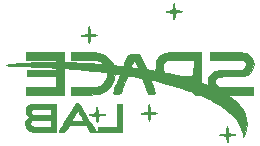
<source format=gbr>
%TF.GenerationSoftware,KiCad,Pcbnew,5.1.6-1.fc32*%
%TF.CreationDate,2020-06-21T11:50:06-03:00*%
%TF.ProjectId,pc104-adapter,70633130-342d-4616-9461-707465722e6b,rev?*%
%TF.SameCoordinates,Original*%
%TF.FileFunction,Legend,Bot*%
%TF.FilePolarity,Positive*%
%FSLAX46Y46*%
G04 Gerber Fmt 4.6, Leading zero omitted, Abs format (unit mm)*
G04 Created by KiCad (PCBNEW 5.1.6-1.fc32) date 2020-06-21 11:50:06*
%MOMM*%
%LPD*%
G01*
G04 APERTURE LIST*
%ADD10C,0.010000*%
G04 APERTURE END LIST*
D10*
%TO.C,G\u002A\u002A\u002A*%
G36*
X140563165Y-91185649D02*
G01*
X140539867Y-91295603D01*
X140521121Y-91432618D01*
X140505788Y-91568709D01*
X140483849Y-91655456D01*
X140438253Y-91706806D01*
X140351948Y-91736709D01*
X140207882Y-91759111D01*
X140105931Y-91772238D01*
X139977413Y-91796359D01*
X139931705Y-91823130D01*
X139967081Y-91850530D01*
X140081814Y-91876534D01*
X140208901Y-91892874D01*
X140375443Y-91917155D01*
X140474893Y-91956769D01*
X140524824Y-92026447D01*
X140542810Y-92140922D01*
X140544239Y-92174000D01*
X140556394Y-92310158D01*
X140578586Y-92428000D01*
X140602726Y-92497227D01*
X140623245Y-92490124D01*
X140637866Y-92456287D01*
X140658948Y-92359565D01*
X140667667Y-92236793D01*
X140688327Y-92043293D01*
X140750270Y-91923574D01*
X140853445Y-91877731D01*
X140867703Y-91877200D01*
X141005343Y-91869634D01*
X141135715Y-91851166D01*
X141235581Y-91826549D01*
X141281701Y-91800538D01*
X141281248Y-91792592D01*
X141232082Y-91772133D01*
X141122647Y-91749672D01*
X140983022Y-91730832D01*
X140839145Y-91708754D01*
X140733223Y-91679955D01*
X140689169Y-91651754D01*
X140676301Y-91584935D01*
X140659173Y-91464050D01*
X140646452Y-91358511D01*
X140626635Y-91232046D01*
X140603030Y-91152015D01*
X140584878Y-91135673D01*
X140563165Y-91185649D01*
G37*
X140563165Y-91185649D02*
X140539867Y-91295603D01*
X140521121Y-91432618D01*
X140505788Y-91568709D01*
X140483849Y-91655456D01*
X140438253Y-91706806D01*
X140351948Y-91736709D01*
X140207882Y-91759111D01*
X140105931Y-91772238D01*
X139977413Y-91796359D01*
X139931705Y-91823130D01*
X139967081Y-91850530D01*
X140081814Y-91876534D01*
X140208901Y-91892874D01*
X140375443Y-91917155D01*
X140474893Y-91956769D01*
X140524824Y-92026447D01*
X140542810Y-92140922D01*
X140544239Y-92174000D01*
X140556394Y-92310158D01*
X140578586Y-92428000D01*
X140602726Y-92497227D01*
X140623245Y-92490124D01*
X140637866Y-92456287D01*
X140658948Y-92359565D01*
X140667667Y-92236793D01*
X140688327Y-92043293D01*
X140750270Y-91923574D01*
X140853445Y-91877731D01*
X140867703Y-91877200D01*
X141005343Y-91869634D01*
X141135715Y-91851166D01*
X141235581Y-91826549D01*
X141281701Y-91800538D01*
X141281248Y-91792592D01*
X141232082Y-91772133D01*
X141122647Y-91749672D01*
X140983022Y-91730832D01*
X140839145Y-91708754D01*
X140733223Y-91679955D01*
X140689169Y-91651754D01*
X140676301Y-91584935D01*
X140659173Y-91464050D01*
X140646452Y-91358511D01*
X140626635Y-91232046D01*
X140603030Y-91152015D01*
X140584878Y-91135673D01*
X140563165Y-91185649D01*
G36*
X133383378Y-93190000D02*
G01*
X133364438Y-93294496D01*
X133351256Y-93440472D01*
X133348220Y-93518083D01*
X133342484Y-93647757D01*
X133324834Y-93713902D01*
X133285008Y-93737638D01*
X133240251Y-93740333D01*
X133139319Y-93749432D01*
X132996714Y-93772649D01*
X132912168Y-93789886D01*
X132789479Y-93819300D01*
X132740734Y-93839865D01*
X132756584Y-93857925D01*
X132793667Y-93870333D01*
X132899038Y-93889507D01*
X133044678Y-93902679D01*
X133115720Y-93905446D01*
X133331939Y-93909666D01*
X133359400Y-94172396D01*
X133384426Y-94351817D01*
X133412143Y-94449531D01*
X133440508Y-94464872D01*
X133467475Y-94397175D01*
X133491002Y-94245774D01*
X133494061Y-94216277D01*
X133523307Y-93919474D01*
X133761737Y-93892228D01*
X133936456Y-93866035D01*
X134040771Y-93836712D01*
X134070551Y-93806652D01*
X134021666Y-93778247D01*
X133977123Y-93767474D01*
X133836872Y-93748525D01*
X133686090Y-93740341D01*
X133682182Y-93740333D01*
X133585925Y-93736276D01*
X133535478Y-93709344D01*
X133510270Y-93637390D01*
X133495370Y-93539250D01*
X133472509Y-93387250D01*
X133448341Y-93247861D01*
X133441054Y-93211166D01*
X133414315Y-93084166D01*
X133383378Y-93190000D01*
G37*
X133383378Y-93190000D02*
X133364438Y-93294496D01*
X133351256Y-93440472D01*
X133348220Y-93518083D01*
X133342484Y-93647757D01*
X133324834Y-93713902D01*
X133285008Y-93737638D01*
X133240251Y-93740333D01*
X133139319Y-93749432D01*
X132996714Y-93772649D01*
X132912168Y-93789886D01*
X132789479Y-93819300D01*
X132740734Y-93839865D01*
X132756584Y-93857925D01*
X132793667Y-93870333D01*
X132899038Y-93889507D01*
X133044678Y-93902679D01*
X133115720Y-93905446D01*
X133331939Y-93909666D01*
X133359400Y-94172396D01*
X133384426Y-94351817D01*
X133412143Y-94449531D01*
X133440508Y-94464872D01*
X133467475Y-94397175D01*
X133491002Y-94245774D01*
X133494061Y-94216277D01*
X133523307Y-93919474D01*
X133761737Y-93892228D01*
X133936456Y-93866035D01*
X134040771Y-93836712D01*
X134070551Y-93806652D01*
X134021666Y-93778247D01*
X133977123Y-93767474D01*
X133836872Y-93748525D01*
X133686090Y-93740341D01*
X133682182Y-93740333D01*
X133585925Y-93736276D01*
X133535478Y-93709344D01*
X133510270Y-93637390D01*
X133495370Y-93539250D01*
X133472509Y-93387250D01*
X133448341Y-93247861D01*
X133441054Y-93211166D01*
X133414315Y-93084166D01*
X133383378Y-93190000D01*
G36*
X138462591Y-99794000D02*
G01*
X138443905Y-99899209D01*
X138431000Y-100044915D01*
X138428220Y-100117151D01*
X138424000Y-100334469D01*
X138158063Y-100362949D01*
X137973603Y-100388229D01*
X137862415Y-100415745D01*
X137827599Y-100443715D01*
X137872250Y-100470353D01*
X137944488Y-100485965D01*
X138100208Y-100504697D01*
X138253901Y-100513169D01*
X138259220Y-100513200D01*
X138411939Y-100513666D01*
X138439400Y-100776396D01*
X138463836Y-100948126D01*
X138492276Y-101048777D01*
X138522018Y-101074638D01*
X138550362Y-101021995D01*
X138565754Y-100950102D01*
X138584196Y-100802906D01*
X138592799Y-100664444D01*
X138592868Y-100656718D01*
X138597430Y-100582051D01*
X138623947Y-100539607D01*
X138692670Y-100516107D01*
X138823852Y-100498270D01*
X138836750Y-100496792D01*
X139013461Y-100470465D01*
X139119499Y-100441156D01*
X139150833Y-100411157D01*
X139103432Y-100382763D01*
X139057123Y-100371474D01*
X138916661Y-100352488D01*
X138766065Y-100344338D01*
X138762829Y-100344333D01*
X138604241Y-100344333D01*
X138575254Y-100122083D01*
X138553229Y-99972081D01*
X138529870Y-99840947D01*
X138519504Y-99794000D01*
X138492742Y-99688166D01*
X138462591Y-99794000D01*
G37*
X138462591Y-99794000D02*
X138443905Y-99899209D01*
X138431000Y-100044915D01*
X138428220Y-100117151D01*
X138424000Y-100334469D01*
X138158063Y-100362949D01*
X137973603Y-100388229D01*
X137862415Y-100415745D01*
X137827599Y-100443715D01*
X137872250Y-100470353D01*
X137944488Y-100485965D01*
X138100208Y-100504697D01*
X138253901Y-100513169D01*
X138259220Y-100513200D01*
X138411939Y-100513666D01*
X138439400Y-100776396D01*
X138463836Y-100948126D01*
X138492276Y-101048777D01*
X138522018Y-101074638D01*
X138550362Y-101021995D01*
X138565754Y-100950102D01*
X138584196Y-100802906D01*
X138592799Y-100664444D01*
X138592868Y-100656718D01*
X138597430Y-100582051D01*
X138623947Y-100539607D01*
X138692670Y-100516107D01*
X138823852Y-100498270D01*
X138836750Y-100496792D01*
X139013461Y-100470465D01*
X139119499Y-100441156D01*
X139150833Y-100411157D01*
X139103432Y-100382763D01*
X139057123Y-100371474D01*
X138916661Y-100352488D01*
X138766065Y-100344338D01*
X138762829Y-100344333D01*
X138604241Y-100344333D01*
X138575254Y-100122083D01*
X138553229Y-99972081D01*
X138529870Y-99840947D01*
X138519504Y-99794000D01*
X138492742Y-99688166D01*
X138462591Y-99794000D01*
G36*
X134049199Y-99927194D02*
G01*
X134022281Y-100054849D01*
X134000400Y-100222128D01*
X133974354Y-100459757D01*
X133719076Y-100486439D01*
X133574580Y-100505584D01*
X133461912Y-100527834D01*
X133414483Y-100544073D01*
X133418193Y-100568266D01*
X133487457Y-100593774D01*
X133603329Y-100616617D01*
X133746863Y-100632814D01*
X133862584Y-100638227D01*
X133962217Y-100644087D01*
X134008749Y-100673585D01*
X134023755Y-100750750D01*
X134026342Y-100820583D01*
X134036576Y-100975629D01*
X134055659Y-101105800D01*
X134079654Y-101193234D01*
X134104622Y-101220070D01*
X134112664Y-101212166D01*
X134130942Y-101150077D01*
X134152134Y-101031506D01*
X134168483Y-100908329D01*
X134198266Y-100646824D01*
X134374383Y-100620313D01*
X134570417Y-100589640D01*
X134692740Y-100566597D01*
X134751605Y-100547930D01*
X134757263Y-100530384D01*
X134719968Y-100510703D01*
X134719834Y-100510650D01*
X134628801Y-100490585D01*
X134492663Y-100477132D01*
X134416281Y-100474308D01*
X134314023Y-100472598D01*
X134246032Y-100460916D01*
X134202645Y-100424434D01*
X134174203Y-100348324D01*
X134151044Y-100217759D01*
X134124734Y-100026833D01*
X134101560Y-99911404D01*
X134076004Y-99878785D01*
X134049199Y-99927194D01*
G37*
X134049199Y-99927194D02*
X134022281Y-100054849D01*
X134000400Y-100222128D01*
X133974354Y-100459757D01*
X133719076Y-100486439D01*
X133574580Y-100505584D01*
X133461912Y-100527834D01*
X133414483Y-100544073D01*
X133418193Y-100568266D01*
X133487457Y-100593774D01*
X133603329Y-100616617D01*
X133746863Y-100632814D01*
X133862584Y-100638227D01*
X133962217Y-100644087D01*
X134008749Y-100673585D01*
X134023755Y-100750750D01*
X134026342Y-100820583D01*
X134036576Y-100975629D01*
X134055659Y-101105800D01*
X134079654Y-101193234D01*
X134104622Y-101220070D01*
X134112664Y-101212166D01*
X134130942Y-101150077D01*
X134152134Y-101031506D01*
X134168483Y-100908329D01*
X134198266Y-100646824D01*
X134374383Y-100620313D01*
X134570417Y-100589640D01*
X134692740Y-100566597D01*
X134751605Y-100547930D01*
X134757263Y-100530384D01*
X134719968Y-100510703D01*
X134719834Y-100510650D01*
X134628801Y-100490585D01*
X134492663Y-100477132D01*
X134416281Y-100474308D01*
X134314023Y-100472598D01*
X134246032Y-100460916D01*
X134202645Y-100424434D01*
X134174203Y-100348324D01*
X134151044Y-100217759D01*
X134124734Y-100026833D01*
X134101560Y-99911404D01*
X134076004Y-99878785D01*
X134049199Y-99927194D01*
G36*
X129243314Y-99625180D02*
G01*
X128991008Y-99627271D01*
X128799867Y-99631761D01*
X128658139Y-99639473D01*
X128554075Y-99651228D01*
X128475925Y-99667850D01*
X128411939Y-99690160D01*
X128371691Y-99708434D01*
X128200122Y-99826446D01*
X128096173Y-99986519D01*
X128053942Y-100198836D01*
X128052334Y-100259242D01*
X128059784Y-100401079D01*
X128092188Y-100497556D01*
X128164627Y-100587400D01*
X128189917Y-100612543D01*
X128327500Y-100746500D01*
X128163816Y-100905204D01*
X128074834Y-100995670D01*
X128027467Y-101068096D01*
X128010880Y-101153875D01*
X128014241Y-101284398D01*
X128017096Y-101330338D01*
X128057580Y-101572921D01*
X128148984Y-101755716D01*
X128299126Y-101891808D01*
X128379583Y-101937197D01*
X128439146Y-101962608D01*
X128510693Y-101982389D01*
X128605718Y-101997437D01*
X128735713Y-102008651D01*
X128912170Y-102016927D01*
X129146584Y-102023162D01*
X129450446Y-102028254D01*
X129565750Y-102029808D01*
X130592334Y-102043117D01*
X130592334Y-100979333D01*
X130169000Y-100979333D01*
X130169000Y-101623936D01*
X129430301Y-101607826D01*
X129159334Y-101601095D01*
X128959329Y-101593355D01*
X128816584Y-101582940D01*
X128717398Y-101568184D01*
X128648069Y-101547422D01*
X128594895Y-101518986D01*
X128573051Y-101503588D01*
X128467771Y-101385427D01*
X128443458Y-101254886D01*
X128501184Y-101123610D01*
X128534509Y-101085976D01*
X128574504Y-101048123D01*
X128616243Y-101020491D01*
X128672854Y-101001470D01*
X128757464Y-100989453D01*
X128883201Y-100982832D01*
X129063191Y-100979999D01*
X129310563Y-100979344D01*
X129405076Y-100979333D01*
X130169000Y-100979333D01*
X130592334Y-100979333D01*
X130592334Y-100598333D01*
X130169000Y-100598333D01*
X129388234Y-100598333D01*
X129113085Y-100597951D01*
X128910229Y-100595891D01*
X128767292Y-100590775D01*
X128671901Y-100581230D01*
X128611682Y-100565881D01*
X128574261Y-100543352D01*
X128547266Y-100512269D01*
X128541568Y-100504247D01*
X128480932Y-100356046D01*
X128501752Y-100209910D01*
X128535676Y-100151341D01*
X128563002Y-100122217D01*
X128604488Y-100100490D01*
X128672308Y-100084791D01*
X128778632Y-100073748D01*
X128935633Y-100065989D01*
X129155483Y-100060144D01*
X129382342Y-100055965D01*
X130169000Y-100042764D01*
X130169000Y-100598333D01*
X130592334Y-100598333D01*
X130592334Y-99624666D01*
X129568533Y-99624666D01*
X129243314Y-99625180D01*
G37*
X129243314Y-99625180D02*
X128991008Y-99627271D01*
X128799867Y-99631761D01*
X128658139Y-99639473D01*
X128554075Y-99651228D01*
X128475925Y-99667850D01*
X128411939Y-99690160D01*
X128371691Y-99708434D01*
X128200122Y-99826446D01*
X128096173Y-99986519D01*
X128053942Y-100198836D01*
X128052334Y-100259242D01*
X128059784Y-100401079D01*
X128092188Y-100497556D01*
X128164627Y-100587400D01*
X128189917Y-100612543D01*
X128327500Y-100746500D01*
X128163816Y-100905204D01*
X128074834Y-100995670D01*
X128027467Y-101068096D01*
X128010880Y-101153875D01*
X128014241Y-101284398D01*
X128017096Y-101330338D01*
X128057580Y-101572921D01*
X128148984Y-101755716D01*
X128299126Y-101891808D01*
X128379583Y-101937197D01*
X128439146Y-101962608D01*
X128510693Y-101982389D01*
X128605718Y-101997437D01*
X128735713Y-102008651D01*
X128912170Y-102016927D01*
X129146584Y-102023162D01*
X129450446Y-102028254D01*
X129565750Y-102029808D01*
X130592334Y-102043117D01*
X130592334Y-100979333D01*
X130169000Y-100979333D01*
X130169000Y-101623936D01*
X129430301Y-101607826D01*
X129159334Y-101601095D01*
X128959329Y-101593355D01*
X128816584Y-101582940D01*
X128717398Y-101568184D01*
X128648069Y-101547422D01*
X128594895Y-101518986D01*
X128573051Y-101503588D01*
X128467771Y-101385427D01*
X128443458Y-101254886D01*
X128501184Y-101123610D01*
X128534509Y-101085976D01*
X128574504Y-101048123D01*
X128616243Y-101020491D01*
X128672854Y-101001470D01*
X128757464Y-100989453D01*
X128883201Y-100982832D01*
X129063191Y-100979999D01*
X129310563Y-100979344D01*
X129405076Y-100979333D01*
X130169000Y-100979333D01*
X130592334Y-100979333D01*
X130592334Y-100598333D01*
X130169000Y-100598333D01*
X129388234Y-100598333D01*
X129113085Y-100597951D01*
X128910229Y-100595891D01*
X128767292Y-100590775D01*
X128671901Y-100581230D01*
X128611682Y-100565881D01*
X128574261Y-100543352D01*
X128547266Y-100512269D01*
X128541568Y-100504247D01*
X128480932Y-100356046D01*
X128501752Y-100209910D01*
X128535676Y-100151341D01*
X128563002Y-100122217D01*
X128604488Y-100100490D01*
X128672308Y-100084791D01*
X128778632Y-100073748D01*
X128935633Y-100065989D01*
X129155483Y-100060144D01*
X129382342Y-100055965D01*
X130169000Y-100042764D01*
X130169000Y-100598333D01*
X130592334Y-100598333D01*
X130592334Y-99624666D01*
X129568533Y-99624666D01*
X129243314Y-99625180D01*
G36*
X132331848Y-99612789D02*
G01*
X132275021Y-99656416D01*
X132240482Y-99706373D01*
X132170134Y-99816691D01*
X132070345Y-99976842D01*
X131947480Y-100176297D01*
X131807906Y-100404526D01*
X131657989Y-100651001D01*
X131504094Y-100905194D01*
X131352589Y-101156574D01*
X131209838Y-101394614D01*
X131082208Y-101608784D01*
X130976066Y-101788556D01*
X130897777Y-101923401D01*
X130853707Y-102002790D01*
X130846334Y-102019317D01*
X130884757Y-102029102D01*
X130984412Y-102035759D01*
X131094069Y-102037666D01*
X131341805Y-102037666D01*
X131528526Y-101730750D01*
X131715247Y-101423833D01*
X133167289Y-101400699D01*
X133353762Y-101708599D01*
X133540235Y-102016500D01*
X133780785Y-102029195D01*
X133910575Y-102032790D01*
X133997914Y-102028974D01*
X134021334Y-102021430D01*
X134000243Y-101979049D01*
X133941213Y-101875054D01*
X133850608Y-101719977D01*
X133734793Y-101524355D01*
X133600130Y-101298722D01*
X133459222Y-101064000D01*
X132971364Y-101064000D01*
X132455654Y-101064000D01*
X132259582Y-101061469D01*
X132100160Y-101054566D01*
X131993037Y-101044325D01*
X131953862Y-101031779D01*
X131954056Y-101030870D01*
X131993534Y-100952543D01*
X132060917Y-100832374D01*
X132145404Y-100688144D01*
X132236199Y-100537637D01*
X132322502Y-100398635D01*
X132393515Y-100288919D01*
X132438439Y-100226273D01*
X132447599Y-100218144D01*
X132481341Y-100252409D01*
X132543651Y-100341959D01*
X132621705Y-100468218D01*
X132630221Y-100482727D01*
X132723695Y-100642568D01*
X132814930Y-100798242D01*
X132877819Y-100905250D01*
X132971364Y-101064000D01*
X133459222Y-101064000D01*
X133452985Y-101053612D01*
X133299720Y-100799562D01*
X133146701Y-100547105D01*
X133000292Y-100306777D01*
X132866855Y-100089112D01*
X132752756Y-99904645D01*
X132664359Y-99763912D01*
X132608027Y-99677447D01*
X132592646Y-99656416D01*
X132501193Y-99596637D01*
X132433834Y-99582333D01*
X132331848Y-99612789D01*
G37*
X132331848Y-99612789D02*
X132275021Y-99656416D01*
X132240482Y-99706373D01*
X132170134Y-99816691D01*
X132070345Y-99976842D01*
X131947480Y-100176297D01*
X131807906Y-100404526D01*
X131657989Y-100651001D01*
X131504094Y-100905194D01*
X131352589Y-101156574D01*
X131209838Y-101394614D01*
X131082208Y-101608784D01*
X130976066Y-101788556D01*
X130897777Y-101923401D01*
X130853707Y-102002790D01*
X130846334Y-102019317D01*
X130884757Y-102029102D01*
X130984412Y-102035759D01*
X131094069Y-102037666D01*
X131341805Y-102037666D01*
X131528526Y-101730750D01*
X131715247Y-101423833D01*
X133167289Y-101400699D01*
X133353762Y-101708599D01*
X133540235Y-102016500D01*
X133780785Y-102029195D01*
X133910575Y-102032790D01*
X133997914Y-102028974D01*
X134021334Y-102021430D01*
X134000243Y-101979049D01*
X133941213Y-101875054D01*
X133850608Y-101719977D01*
X133734793Y-101524355D01*
X133600130Y-101298722D01*
X133459222Y-101064000D01*
X132971364Y-101064000D01*
X132455654Y-101064000D01*
X132259582Y-101061469D01*
X132100160Y-101054566D01*
X131993037Y-101044325D01*
X131953862Y-101031779D01*
X131954056Y-101030870D01*
X131993534Y-100952543D01*
X132060917Y-100832374D01*
X132145404Y-100688144D01*
X132236199Y-100537637D01*
X132322502Y-100398635D01*
X132393515Y-100288919D01*
X132438439Y-100226273D01*
X132447599Y-100218144D01*
X132481341Y-100252409D01*
X132543651Y-100341959D01*
X132621705Y-100468218D01*
X132630221Y-100482727D01*
X132723695Y-100642568D01*
X132814930Y-100798242D01*
X132877819Y-100905250D01*
X132971364Y-101064000D01*
X133459222Y-101064000D01*
X133452985Y-101053612D01*
X133299720Y-100799562D01*
X133146701Y-100547105D01*
X133000292Y-100306777D01*
X132866855Y-100089112D01*
X132752756Y-99904645D01*
X132664359Y-99763912D01*
X132608027Y-99677447D01*
X132592646Y-99656416D01*
X132501193Y-99596637D01*
X132433834Y-99582333D01*
X132331848Y-99612789D01*
G36*
X135757000Y-101570131D02*
G01*
X134963250Y-101581649D01*
X134169500Y-101593166D01*
X134156705Y-101815416D01*
X134143909Y-102037666D01*
X135155066Y-102037666D01*
X135439507Y-102036532D01*
X135695362Y-102033346D01*
X135910599Y-102028436D01*
X136073188Y-102022128D01*
X136171095Y-102014750D01*
X136194445Y-102009444D01*
X136201792Y-101961342D01*
X136208427Y-101839664D01*
X136214090Y-101655496D01*
X136218522Y-101419928D01*
X136221463Y-101144048D01*
X136222654Y-100838943D01*
X136222667Y-100802944D01*
X136222667Y-99624666D01*
X135757000Y-99624666D01*
X135757000Y-101570131D01*
G37*
X135757000Y-101570131D02*
X134963250Y-101581649D01*
X134169500Y-101593166D01*
X134156705Y-101815416D01*
X134143909Y-102037666D01*
X135155066Y-102037666D01*
X135439507Y-102036532D01*
X135695362Y-102033346D01*
X135910599Y-102028436D01*
X136073188Y-102022128D01*
X136171095Y-102014750D01*
X136194445Y-102009444D01*
X136201792Y-101961342D01*
X136208427Y-101839664D01*
X136214090Y-101655496D01*
X136218522Y-101419928D01*
X136221463Y-101144048D01*
X136222654Y-100838943D01*
X136222667Y-100802944D01*
X136222667Y-99624666D01*
X135757000Y-99624666D01*
X135757000Y-101570131D01*
G36*
X143673334Y-95899333D02*
G01*
X145011019Y-95899333D01*
X145393995Y-95899876D01*
X145701650Y-95901790D01*
X145943325Y-95905500D01*
X146128359Y-95911431D01*
X146266095Y-95920009D01*
X146365872Y-95931658D01*
X146437032Y-95946804D01*
X146488914Y-95965873D01*
X146490681Y-95966705D01*
X146621311Y-96070426D01*
X146694441Y-96216380D01*
X146707643Y-96382493D01*
X146658489Y-96546688D01*
X146567644Y-96666600D01*
X146533892Y-96696500D01*
X146496911Y-96720001D01*
X146446441Y-96738097D01*
X146372222Y-96751780D01*
X146263994Y-96762045D01*
X146111497Y-96769884D01*
X145904469Y-96776292D01*
X145632653Y-96782261D01*
X145310423Y-96788333D01*
X144968088Y-96794843D01*
X144699447Y-96800977D01*
X144493541Y-96807773D01*
X144339409Y-96816273D01*
X144226092Y-96827514D01*
X144142629Y-96842536D01*
X144078061Y-96862379D01*
X144021426Y-96888082D01*
X143971306Y-96915333D01*
X143759487Y-97080063D01*
X143610136Y-97298774D01*
X143526280Y-97565153D01*
X143510948Y-97872888D01*
X143511071Y-97874877D01*
X143518681Y-98000133D01*
X143523269Y-98082139D01*
X143523946Y-98100724D01*
X143487496Y-98085566D01*
X143392132Y-98045499D01*
X143256940Y-97988546D01*
X143227613Y-97976177D01*
X142932500Y-97851687D01*
X142915606Y-95899333D01*
X142276334Y-95899333D01*
X142276334Y-96548444D01*
X142274582Y-96774796D01*
X142269751Y-96970543D01*
X142262481Y-97120363D01*
X142253409Y-97208932D01*
X142248112Y-97225777D01*
X142197579Y-97236248D01*
X142078781Y-97245246D01*
X141908119Y-97251954D01*
X141701991Y-97255553D01*
X141644862Y-97255878D01*
X141395865Y-97254097D01*
X141187809Y-97244801D01*
X140992359Y-97224794D01*
X140781183Y-97190881D01*
X140525949Y-97139864D01*
X140425207Y-97118294D01*
X140180804Y-97064794D01*
X140006084Y-97023670D01*
X139887873Y-96989895D01*
X139812993Y-96958444D01*
X139768271Y-96924290D01*
X139740530Y-96882407D01*
X139726707Y-96851833D01*
X139683319Y-96668629D01*
X139683698Y-96458183D01*
X139726204Y-96263760D01*
X139751167Y-96206665D01*
X139838655Y-96095818D01*
X139963409Y-95998849D01*
X139989520Y-95984415D01*
X140046934Y-95957963D01*
X140110092Y-95937613D01*
X140190409Y-95922575D01*
X140299301Y-95912056D01*
X140448187Y-95905264D01*
X140648481Y-95901408D01*
X140911602Y-95899695D01*
X141216314Y-95899333D01*
X142276334Y-95899333D01*
X142915606Y-95899333D01*
X142910110Y-95264333D01*
X141500239Y-95264333D01*
X141077151Y-95265027D01*
X140729169Y-95267909D01*
X140446737Y-95274173D01*
X140220302Y-95285018D01*
X140040307Y-95301639D01*
X139897198Y-95325234D01*
X139781420Y-95357000D01*
X139683418Y-95398132D01*
X139593637Y-95449827D01*
X139502522Y-95513283D01*
X139500476Y-95514786D01*
X139381051Y-95626619D01*
X139263009Y-95774854D01*
X139206528Y-95865439D01*
X139141718Y-95998982D01*
X139101357Y-96128650D01*
X139078096Y-96285649D01*
X139066455Y-96460250D01*
X139058595Y-96632661D01*
X139044711Y-96744223D01*
X139009598Y-96805224D01*
X138938049Y-96825952D01*
X138814855Y-96816696D01*
X138624812Y-96787743D01*
X138590239Y-96782434D01*
X138269645Y-96733643D01*
X138231243Y-96630672D01*
X137581000Y-96630672D01*
X137420417Y-96604135D01*
X137283475Y-96585861D01*
X137163564Y-96576674D01*
X137154000Y-96576484D01*
X137040291Y-96565305D01*
X136984389Y-96525333D01*
X136980970Y-96442352D01*
X137024708Y-96302147D01*
X137038150Y-96267251D01*
X137117608Y-96106107D01*
X137200843Y-96010116D01*
X137280227Y-95986062D01*
X137325527Y-96011593D01*
X137357278Y-96066755D01*
X137407343Y-96178508D01*
X137465444Y-96323749D01*
X137471265Y-96339134D01*
X137581000Y-96630672D01*
X138231243Y-96630672D01*
X138068274Y-96193690D01*
X137956410Y-95911750D01*
X137853711Y-95702113D01*
X137749863Y-95554687D01*
X137634550Y-95459379D01*
X137497460Y-95406095D01*
X137328276Y-95384745D01*
X137239624Y-95382866D01*
X136987306Y-95411542D01*
X136790510Y-95495796D01*
X136668815Y-95613341D01*
X136622669Y-95696866D01*
X136559408Y-95834194D01*
X136490729Y-95999514D01*
X136472046Y-96047500D01*
X136409360Y-96205563D01*
X136354902Y-96332957D01*
X136317661Y-96408999D01*
X136310262Y-96419756D01*
X136256725Y-96429436D01*
X136139995Y-96427315D01*
X135980605Y-96414178D01*
X135891615Y-96403760D01*
X135504974Y-96354176D01*
X135381102Y-96137338D01*
X135160487Y-95833737D01*
X134883384Y-95589572D01*
X134559673Y-95411845D01*
X134214642Y-95310309D01*
X134100520Y-95297232D01*
X133917280Y-95285602D01*
X133680465Y-95275976D01*
X133405621Y-95268912D01*
X133108291Y-95264970D01*
X132934059Y-95264333D01*
X131904667Y-95264333D01*
X131904667Y-95899333D01*
X132934150Y-95899333D01*
X133318206Y-95901213D01*
X133628279Y-95907996D01*
X133874992Y-95921393D01*
X134068968Y-95943115D01*
X134220832Y-95974874D01*
X134341205Y-96018383D01*
X134440713Y-96075352D01*
X134529977Y-96147493D01*
X134541666Y-96158340D01*
X134677500Y-96286029D01*
X134338834Y-96261480D01*
X134059110Y-96242513D01*
X133716211Y-96221337D01*
X133331564Y-96199133D01*
X132926592Y-96177080D01*
X132522719Y-96156361D01*
X132141372Y-96138154D01*
X131936417Y-96129103D01*
X131269667Y-96100742D01*
X131269667Y-95264333D01*
X128052334Y-95264333D01*
X128052334Y-95899333D01*
X130634667Y-95899333D01*
X130634667Y-96097984D01*
X129227084Y-96125095D01*
X128703366Y-96136631D01*
X128256191Y-96149879D01*
X127877445Y-96165427D01*
X127559012Y-96183865D01*
X127292776Y-96205782D01*
X127070623Y-96231766D01*
X126884436Y-96262406D01*
X126726101Y-96298291D01*
X126684970Y-96309553D01*
X126422500Y-96384301D01*
X126613000Y-96413846D01*
X126729451Y-96425528D01*
X126906707Y-96435640D01*
X127120909Y-96443117D01*
X127348200Y-96446893D01*
X127353834Y-96446931D01*
X127598878Y-96450641D01*
X127910268Y-96458643D01*
X128269833Y-96470220D01*
X128659401Y-96484653D01*
X129060801Y-96501222D01*
X129455861Y-96519210D01*
X129826409Y-96537898D01*
X130154274Y-96556568D01*
X130203012Y-96559597D01*
X130398534Y-96572953D01*
X130524142Y-96586062D01*
X130594478Y-96602990D01*
X130624185Y-96627802D01*
X130627906Y-96664563D01*
X130626345Y-96677127D01*
X130620677Y-96703213D01*
X130605831Y-96723802D01*
X130572593Y-96739651D01*
X130511752Y-96751520D01*
X130414096Y-96760168D01*
X130270411Y-96766351D01*
X130071486Y-96770830D01*
X129808108Y-96774363D01*
X129471065Y-96777708D01*
X129396417Y-96778399D01*
X128179334Y-96789631D01*
X128179334Y-97296333D01*
X130634667Y-97296333D01*
X130634667Y-98227666D01*
X128052334Y-98227666D01*
X128052334Y-98862666D01*
X131269667Y-98862666D01*
X131269667Y-96614795D01*
X131513084Y-96638777D01*
X131634142Y-96649981D01*
X131820884Y-96666375D01*
X132054597Y-96686355D01*
X132316571Y-96708321D01*
X132560834Y-96728447D01*
X132882928Y-96756173D01*
X133241679Y-96789389D01*
X133602874Y-96824785D01*
X133932298Y-96859051D01*
X134084777Y-96875901D01*
X134326964Y-96902943D01*
X134543351Y-96926211D01*
X134718395Y-96944103D01*
X134836555Y-96955020D01*
X134878527Y-96957666D01*
X134924244Y-96973302D01*
X134946591Y-97033278D01*
X134952662Y-97157199D01*
X134952667Y-97162571D01*
X134924057Y-97357460D01*
X134847991Y-97572923D01*
X134739111Y-97778355D01*
X134612063Y-97943148D01*
X134554577Y-97994593D01*
X134460145Y-98061912D01*
X134365988Y-98114962D01*
X134260783Y-98155418D01*
X134133205Y-98184956D01*
X133971931Y-98205250D01*
X133765635Y-98217975D01*
X133502994Y-98224806D01*
X133172683Y-98227418D01*
X132978845Y-98227666D01*
X131904667Y-98227666D01*
X131904667Y-98867502D01*
X133102954Y-98854501D01*
X134301242Y-98841500D01*
X134624189Y-98681804D01*
X134942495Y-98480102D01*
X135204503Y-98222007D01*
X135403061Y-97917617D01*
X135531014Y-97577026D01*
X135572717Y-97343101D01*
X135600723Y-97075149D01*
X135806793Y-97094949D01*
X135930186Y-97110017D01*
X136013544Y-97126201D01*
X136031784Y-97133671D01*
X136023234Y-97177156D01*
X135988277Y-97287220D01*
X135931207Y-97451540D01*
X135856321Y-97657794D01*
X135767914Y-97893656D01*
X135755686Y-97925761D01*
X135664616Y-98166371D01*
X135584959Y-98380534D01*
X135521354Y-98555470D01*
X135478440Y-98678402D01*
X135460856Y-98736551D01*
X135460667Y-98738464D01*
X135499512Y-98757482D01*
X135602158Y-98771493D01*
X135747773Y-98777865D01*
X135773638Y-98778000D01*
X135940648Y-98774625D01*
X136041637Y-98761832D01*
X136095079Y-98735616D01*
X136115391Y-98703916D01*
X136139435Y-98641026D01*
X136187826Y-98513695D01*
X136254965Y-98336678D01*
X136335257Y-98124731D01*
X136400445Y-97952500D01*
X136486164Y-97728467D01*
X136562846Y-97532793D01*
X136625062Y-97378957D01*
X136667384Y-97280437D01*
X136683108Y-97250649D01*
X136732038Y-97249162D01*
X136848386Y-97261844D01*
X137016493Y-97286544D01*
X137220699Y-97321106D01*
X137298783Y-97335316D01*
X137888065Y-97444500D01*
X138141175Y-98111250D01*
X138394286Y-98778000D01*
X138705476Y-98778000D01*
X138881160Y-98772911D01*
X138981439Y-98756654D01*
X139015017Y-98727739D01*
X139015091Y-98725083D01*
X138999900Y-98667701D01*
X138959423Y-98547925D01*
X138899454Y-98382116D01*
X138825786Y-98186638D01*
X138808983Y-98143000D01*
X138734694Y-97947600D01*
X138674304Y-97782595D01*
X138633092Y-97662890D01*
X138616336Y-97603387D01*
X138616568Y-97599685D01*
X138663746Y-97601276D01*
X138781148Y-97623660D01*
X138957730Y-97663879D01*
X139182448Y-97718975D01*
X139444257Y-97785991D01*
X139732114Y-97861970D01*
X140034976Y-97943954D01*
X140341798Y-98028986D01*
X140641536Y-98114109D01*
X140923147Y-98196365D01*
X141175586Y-98272797D01*
X141387809Y-98340448D01*
X141408500Y-98347318D01*
X141690055Y-98441731D01*
X141901419Y-98514541D01*
X142052857Y-98570510D01*
X142154636Y-98614400D01*
X142217022Y-98650972D01*
X142250280Y-98684989D01*
X142264677Y-98721211D01*
X142268562Y-98746250D01*
X142280713Y-98810542D01*
X142312229Y-98845358D01*
X142384026Y-98859721D01*
X142517018Y-98862654D01*
X142538401Y-98862666D01*
X142698895Y-98876188D01*
X142880357Y-98919509D01*
X143093318Y-98996759D01*
X143348309Y-99112069D01*
X143655858Y-99269570D01*
X143863834Y-99382635D01*
X144482103Y-99753197D01*
X145016882Y-100135714D01*
X145468556Y-100530604D01*
X145837512Y-100938292D01*
X146124138Y-101359198D01*
X146328820Y-101793744D01*
X146442839Y-102194583D01*
X146490930Y-102434654D01*
X146604115Y-102182444D01*
X146741036Y-101779873D01*
X146793641Y-101370963D01*
X146761962Y-100956731D01*
X146646030Y-100538195D01*
X146546622Y-100307061D01*
X146448141Y-100119479D01*
X146342086Y-99956955D01*
X146209793Y-99794358D01*
X146032599Y-99606559D01*
X146007759Y-99581464D01*
X145837271Y-99417454D01*
X145658746Y-99258310D01*
X145495660Y-99124333D01*
X145391444Y-99048495D01*
X145141055Y-98883833D01*
X146227528Y-98872535D01*
X147314000Y-98861237D01*
X147314000Y-98227666D01*
X145885250Y-98227042D01*
X145460852Y-98225919D01*
X145114889Y-98222811D01*
X144841148Y-98217505D01*
X144633416Y-98209783D01*
X144485480Y-98199431D01*
X144391126Y-98186232D01*
X144350667Y-98173791D01*
X144263085Y-98101544D01*
X144181657Y-97990193D01*
X144168450Y-97965232D01*
X144120629Y-97842125D01*
X144117713Y-97731047D01*
X144138362Y-97637369D01*
X144164580Y-97549248D01*
X144196753Y-97478995D01*
X144244167Y-97424373D01*
X144316107Y-97383143D01*
X144421860Y-97353070D01*
X144570710Y-97331915D01*
X144771944Y-97317442D01*
X145034847Y-97307412D01*
X145368705Y-97299590D01*
X145555218Y-97295993D01*
X145915947Y-97288778D01*
X146202839Y-97280873D01*
X146426710Y-97270280D01*
X146598380Y-97255000D01*
X146728667Y-97233035D01*
X146828389Y-97202385D01*
X146908365Y-97161052D01*
X146979412Y-97107038D01*
X147052349Y-97038342D01*
X147075720Y-97015068D01*
X147238686Y-96797423D01*
X147337059Y-96546625D01*
X147370832Y-96280096D01*
X147340002Y-96015256D01*
X147244564Y-95769526D01*
X147084514Y-95560328D01*
X147076087Y-95552329D01*
X147001983Y-95485133D01*
X146931143Y-95430263D01*
X146854338Y-95386382D01*
X146762338Y-95352152D01*
X146645912Y-95326235D01*
X146495829Y-95307294D01*
X146302861Y-95293991D01*
X146057776Y-95284989D01*
X145751345Y-95278951D01*
X145374337Y-95274538D01*
X145144417Y-95272416D01*
X143673334Y-95259333D01*
X143673334Y-95899333D01*
G37*
X143673334Y-95899333D02*
X145011019Y-95899333D01*
X145393995Y-95899876D01*
X145701650Y-95901790D01*
X145943325Y-95905500D01*
X146128359Y-95911431D01*
X146266095Y-95920009D01*
X146365872Y-95931658D01*
X146437032Y-95946804D01*
X146488914Y-95965873D01*
X146490681Y-95966705D01*
X146621311Y-96070426D01*
X146694441Y-96216380D01*
X146707643Y-96382493D01*
X146658489Y-96546688D01*
X146567644Y-96666600D01*
X146533892Y-96696500D01*
X146496911Y-96720001D01*
X146446441Y-96738097D01*
X146372222Y-96751780D01*
X146263994Y-96762045D01*
X146111497Y-96769884D01*
X145904469Y-96776292D01*
X145632653Y-96782261D01*
X145310423Y-96788333D01*
X144968088Y-96794843D01*
X144699447Y-96800977D01*
X144493541Y-96807773D01*
X144339409Y-96816273D01*
X144226092Y-96827514D01*
X144142629Y-96842536D01*
X144078061Y-96862379D01*
X144021426Y-96888082D01*
X143971306Y-96915333D01*
X143759487Y-97080063D01*
X143610136Y-97298774D01*
X143526280Y-97565153D01*
X143510948Y-97872888D01*
X143511071Y-97874877D01*
X143518681Y-98000133D01*
X143523269Y-98082139D01*
X143523946Y-98100724D01*
X143487496Y-98085566D01*
X143392132Y-98045499D01*
X143256940Y-97988546D01*
X143227613Y-97976177D01*
X142932500Y-97851687D01*
X142915606Y-95899333D01*
X142276334Y-95899333D01*
X142276334Y-96548444D01*
X142274582Y-96774796D01*
X142269751Y-96970543D01*
X142262481Y-97120363D01*
X142253409Y-97208932D01*
X142248112Y-97225777D01*
X142197579Y-97236248D01*
X142078781Y-97245246D01*
X141908119Y-97251954D01*
X141701991Y-97255553D01*
X141644862Y-97255878D01*
X141395865Y-97254097D01*
X141187809Y-97244801D01*
X140992359Y-97224794D01*
X140781183Y-97190881D01*
X140525949Y-97139864D01*
X140425207Y-97118294D01*
X140180804Y-97064794D01*
X140006084Y-97023670D01*
X139887873Y-96989895D01*
X139812993Y-96958444D01*
X139768271Y-96924290D01*
X139740530Y-96882407D01*
X139726707Y-96851833D01*
X139683319Y-96668629D01*
X139683698Y-96458183D01*
X139726204Y-96263760D01*
X139751167Y-96206665D01*
X139838655Y-96095818D01*
X139963409Y-95998849D01*
X139989520Y-95984415D01*
X140046934Y-95957963D01*
X140110092Y-95937613D01*
X140190409Y-95922575D01*
X140299301Y-95912056D01*
X140448187Y-95905264D01*
X140648481Y-95901408D01*
X140911602Y-95899695D01*
X141216314Y-95899333D01*
X142276334Y-95899333D01*
X142915606Y-95899333D01*
X142910110Y-95264333D01*
X141500239Y-95264333D01*
X141077151Y-95265027D01*
X140729169Y-95267909D01*
X140446737Y-95274173D01*
X140220302Y-95285018D01*
X140040307Y-95301639D01*
X139897198Y-95325234D01*
X139781420Y-95357000D01*
X139683418Y-95398132D01*
X139593637Y-95449827D01*
X139502522Y-95513283D01*
X139500476Y-95514786D01*
X139381051Y-95626619D01*
X139263009Y-95774854D01*
X139206528Y-95865439D01*
X139141718Y-95998982D01*
X139101357Y-96128650D01*
X139078096Y-96285649D01*
X139066455Y-96460250D01*
X139058595Y-96632661D01*
X139044711Y-96744223D01*
X139009598Y-96805224D01*
X138938049Y-96825952D01*
X138814855Y-96816696D01*
X138624812Y-96787743D01*
X138590239Y-96782434D01*
X138269645Y-96733643D01*
X138231243Y-96630672D01*
X137581000Y-96630672D01*
X137420417Y-96604135D01*
X137283475Y-96585861D01*
X137163564Y-96576674D01*
X137154000Y-96576484D01*
X137040291Y-96565305D01*
X136984389Y-96525333D01*
X136980970Y-96442352D01*
X137024708Y-96302147D01*
X137038150Y-96267251D01*
X137117608Y-96106107D01*
X137200843Y-96010116D01*
X137280227Y-95986062D01*
X137325527Y-96011593D01*
X137357278Y-96066755D01*
X137407343Y-96178508D01*
X137465444Y-96323749D01*
X137471265Y-96339134D01*
X137581000Y-96630672D01*
X138231243Y-96630672D01*
X138068274Y-96193690D01*
X137956410Y-95911750D01*
X137853711Y-95702113D01*
X137749863Y-95554687D01*
X137634550Y-95459379D01*
X137497460Y-95406095D01*
X137328276Y-95384745D01*
X137239624Y-95382866D01*
X136987306Y-95411542D01*
X136790510Y-95495796D01*
X136668815Y-95613341D01*
X136622669Y-95696866D01*
X136559408Y-95834194D01*
X136490729Y-95999514D01*
X136472046Y-96047500D01*
X136409360Y-96205563D01*
X136354902Y-96332957D01*
X136317661Y-96408999D01*
X136310262Y-96419756D01*
X136256725Y-96429436D01*
X136139995Y-96427315D01*
X135980605Y-96414178D01*
X135891615Y-96403760D01*
X135504974Y-96354176D01*
X135381102Y-96137338D01*
X135160487Y-95833737D01*
X134883384Y-95589572D01*
X134559673Y-95411845D01*
X134214642Y-95310309D01*
X134100520Y-95297232D01*
X133917280Y-95285602D01*
X133680465Y-95275976D01*
X133405621Y-95268912D01*
X133108291Y-95264970D01*
X132934059Y-95264333D01*
X131904667Y-95264333D01*
X131904667Y-95899333D01*
X132934150Y-95899333D01*
X133318206Y-95901213D01*
X133628279Y-95907996D01*
X133874992Y-95921393D01*
X134068968Y-95943115D01*
X134220832Y-95974874D01*
X134341205Y-96018383D01*
X134440713Y-96075352D01*
X134529977Y-96147493D01*
X134541666Y-96158340D01*
X134677500Y-96286029D01*
X134338834Y-96261480D01*
X134059110Y-96242513D01*
X133716211Y-96221337D01*
X133331564Y-96199133D01*
X132926592Y-96177080D01*
X132522719Y-96156361D01*
X132141372Y-96138154D01*
X131936417Y-96129103D01*
X131269667Y-96100742D01*
X131269667Y-95264333D01*
X128052334Y-95264333D01*
X128052334Y-95899333D01*
X130634667Y-95899333D01*
X130634667Y-96097984D01*
X129227084Y-96125095D01*
X128703366Y-96136631D01*
X128256191Y-96149879D01*
X127877445Y-96165427D01*
X127559012Y-96183865D01*
X127292776Y-96205782D01*
X127070623Y-96231766D01*
X126884436Y-96262406D01*
X126726101Y-96298291D01*
X126684970Y-96309553D01*
X126422500Y-96384301D01*
X126613000Y-96413846D01*
X126729451Y-96425528D01*
X126906707Y-96435640D01*
X127120909Y-96443117D01*
X127348200Y-96446893D01*
X127353834Y-96446931D01*
X127598878Y-96450641D01*
X127910268Y-96458643D01*
X128269833Y-96470220D01*
X128659401Y-96484653D01*
X129060801Y-96501222D01*
X129455861Y-96519210D01*
X129826409Y-96537898D01*
X130154274Y-96556568D01*
X130203012Y-96559597D01*
X130398534Y-96572953D01*
X130524142Y-96586062D01*
X130594478Y-96602990D01*
X130624185Y-96627802D01*
X130627906Y-96664563D01*
X130626345Y-96677127D01*
X130620677Y-96703213D01*
X130605831Y-96723802D01*
X130572593Y-96739651D01*
X130511752Y-96751520D01*
X130414096Y-96760168D01*
X130270411Y-96766351D01*
X130071486Y-96770830D01*
X129808108Y-96774363D01*
X129471065Y-96777708D01*
X129396417Y-96778399D01*
X128179334Y-96789631D01*
X128179334Y-97296333D01*
X130634667Y-97296333D01*
X130634667Y-98227666D01*
X128052334Y-98227666D01*
X128052334Y-98862666D01*
X131269667Y-98862666D01*
X131269667Y-96614795D01*
X131513084Y-96638777D01*
X131634142Y-96649981D01*
X131820884Y-96666375D01*
X132054597Y-96686355D01*
X132316571Y-96708321D01*
X132560834Y-96728447D01*
X132882928Y-96756173D01*
X133241679Y-96789389D01*
X133602874Y-96824785D01*
X133932298Y-96859051D01*
X134084777Y-96875901D01*
X134326964Y-96902943D01*
X134543351Y-96926211D01*
X134718395Y-96944103D01*
X134836555Y-96955020D01*
X134878527Y-96957666D01*
X134924244Y-96973302D01*
X134946591Y-97033278D01*
X134952662Y-97157199D01*
X134952667Y-97162571D01*
X134924057Y-97357460D01*
X134847991Y-97572923D01*
X134739111Y-97778355D01*
X134612063Y-97943148D01*
X134554577Y-97994593D01*
X134460145Y-98061912D01*
X134365988Y-98114962D01*
X134260783Y-98155418D01*
X134133205Y-98184956D01*
X133971931Y-98205250D01*
X133765635Y-98217975D01*
X133502994Y-98224806D01*
X133172683Y-98227418D01*
X132978845Y-98227666D01*
X131904667Y-98227666D01*
X131904667Y-98867502D01*
X133102954Y-98854501D01*
X134301242Y-98841500D01*
X134624189Y-98681804D01*
X134942495Y-98480102D01*
X135204503Y-98222007D01*
X135403061Y-97917617D01*
X135531014Y-97577026D01*
X135572717Y-97343101D01*
X135600723Y-97075149D01*
X135806793Y-97094949D01*
X135930186Y-97110017D01*
X136013544Y-97126201D01*
X136031784Y-97133671D01*
X136023234Y-97177156D01*
X135988277Y-97287220D01*
X135931207Y-97451540D01*
X135856321Y-97657794D01*
X135767914Y-97893656D01*
X135755686Y-97925761D01*
X135664616Y-98166371D01*
X135584959Y-98380534D01*
X135521354Y-98555470D01*
X135478440Y-98678402D01*
X135460856Y-98736551D01*
X135460667Y-98738464D01*
X135499512Y-98757482D01*
X135602158Y-98771493D01*
X135747773Y-98777865D01*
X135773638Y-98778000D01*
X135940648Y-98774625D01*
X136041637Y-98761832D01*
X136095079Y-98735616D01*
X136115391Y-98703916D01*
X136139435Y-98641026D01*
X136187826Y-98513695D01*
X136254965Y-98336678D01*
X136335257Y-98124731D01*
X136400445Y-97952500D01*
X136486164Y-97728467D01*
X136562846Y-97532793D01*
X136625062Y-97378957D01*
X136667384Y-97280437D01*
X136683108Y-97250649D01*
X136732038Y-97249162D01*
X136848386Y-97261844D01*
X137016493Y-97286544D01*
X137220699Y-97321106D01*
X137298783Y-97335316D01*
X137888065Y-97444500D01*
X138141175Y-98111250D01*
X138394286Y-98778000D01*
X138705476Y-98778000D01*
X138881160Y-98772911D01*
X138981439Y-98756654D01*
X139015017Y-98727739D01*
X139015091Y-98725083D01*
X138999900Y-98667701D01*
X138959423Y-98547925D01*
X138899454Y-98382116D01*
X138825786Y-98186638D01*
X138808983Y-98143000D01*
X138734694Y-97947600D01*
X138674304Y-97782595D01*
X138633092Y-97662890D01*
X138616336Y-97603387D01*
X138616568Y-97599685D01*
X138663746Y-97601276D01*
X138781148Y-97623660D01*
X138957730Y-97663879D01*
X139182448Y-97718975D01*
X139444257Y-97785991D01*
X139732114Y-97861970D01*
X140034976Y-97943954D01*
X140341798Y-98028986D01*
X140641536Y-98114109D01*
X140923147Y-98196365D01*
X141175586Y-98272797D01*
X141387809Y-98340448D01*
X141408500Y-98347318D01*
X141690055Y-98441731D01*
X141901419Y-98514541D01*
X142052857Y-98570510D01*
X142154636Y-98614400D01*
X142217022Y-98650972D01*
X142250280Y-98684989D01*
X142264677Y-98721211D01*
X142268562Y-98746250D01*
X142280713Y-98810542D01*
X142312229Y-98845358D01*
X142384026Y-98859721D01*
X142517018Y-98862654D01*
X142538401Y-98862666D01*
X142698895Y-98876188D01*
X142880357Y-98919509D01*
X143093318Y-98996759D01*
X143348309Y-99112069D01*
X143655858Y-99269570D01*
X143863834Y-99382635D01*
X144482103Y-99753197D01*
X145016882Y-100135714D01*
X145468556Y-100530604D01*
X145837512Y-100938292D01*
X146124138Y-101359198D01*
X146328820Y-101793744D01*
X146442839Y-102194583D01*
X146490930Y-102434654D01*
X146604115Y-102182444D01*
X146741036Y-101779873D01*
X146793641Y-101370963D01*
X146761962Y-100956731D01*
X146646030Y-100538195D01*
X146546622Y-100307061D01*
X146448141Y-100119479D01*
X146342086Y-99956955D01*
X146209793Y-99794358D01*
X146032599Y-99606559D01*
X146007759Y-99581464D01*
X145837271Y-99417454D01*
X145658746Y-99258310D01*
X145495660Y-99124333D01*
X145391444Y-99048495D01*
X145141055Y-98883833D01*
X146227528Y-98872535D01*
X147314000Y-98861237D01*
X147314000Y-98227666D01*
X145885250Y-98227042D01*
X145460852Y-98225919D01*
X145114889Y-98222811D01*
X144841148Y-98217505D01*
X144633416Y-98209783D01*
X144485480Y-98199431D01*
X144391126Y-98186232D01*
X144350667Y-98173791D01*
X144263085Y-98101544D01*
X144181657Y-97990193D01*
X144168450Y-97965232D01*
X144120629Y-97842125D01*
X144117713Y-97731047D01*
X144138362Y-97637369D01*
X144164580Y-97549248D01*
X144196753Y-97478995D01*
X144244167Y-97424373D01*
X144316107Y-97383143D01*
X144421860Y-97353070D01*
X144570710Y-97331915D01*
X144771944Y-97317442D01*
X145034847Y-97307412D01*
X145368705Y-97299590D01*
X145555218Y-97295993D01*
X145915947Y-97288778D01*
X146202839Y-97280873D01*
X146426710Y-97270280D01*
X146598380Y-97255000D01*
X146728667Y-97233035D01*
X146828389Y-97202385D01*
X146908365Y-97161052D01*
X146979412Y-97107038D01*
X147052349Y-97038342D01*
X147075720Y-97015068D01*
X147238686Y-96797423D01*
X147337059Y-96546625D01*
X147370832Y-96280096D01*
X147340002Y-96015256D01*
X147244564Y-95769526D01*
X147084514Y-95560328D01*
X147076087Y-95552329D01*
X147001983Y-95485133D01*
X146931143Y-95430263D01*
X146854338Y-95386382D01*
X146762338Y-95352152D01*
X146645912Y-95326235D01*
X146495829Y-95307294D01*
X146302861Y-95293991D01*
X146057776Y-95284989D01*
X145751345Y-95278951D01*
X145374337Y-95274538D01*
X145144417Y-95272416D01*
X143673334Y-95259333D01*
X143673334Y-95899333D01*
G36*
X145100401Y-101561525D02*
G01*
X145074892Y-101630789D01*
X145052049Y-101746661D01*
X145035852Y-101890195D01*
X145030440Y-102005916D01*
X145023026Y-102109987D01*
X144990399Y-102154616D01*
X144910424Y-102164970D01*
X144890417Y-102165132D01*
X144742525Y-102172695D01*
X144601784Y-102191415D01*
X144492150Y-102216793D01*
X144437578Y-102244332D01*
X144435334Y-102250575D01*
X144473970Y-102270538D01*
X144575577Y-102292362D01*
X144718700Y-102311514D01*
X144728238Y-102312488D01*
X145021143Y-102341904D01*
X145051096Y-102560202D01*
X145074224Y-102702783D01*
X145099456Y-102820594D01*
X145111136Y-102860045D01*
X145135384Y-102911491D01*
X145154167Y-102888976D01*
X145168700Y-102838878D01*
X145185866Y-102732579D01*
X145195814Y-102589860D01*
X145196756Y-102539794D01*
X145196268Y-102452449D01*
X145203741Y-102393790D01*
X145233506Y-102355394D01*
X145299889Y-102328837D01*
X145417221Y-102305693D01*
X145599830Y-102277540D01*
X145657962Y-102268639D01*
X145763997Y-102241015D01*
X145791504Y-102209126D01*
X145745667Y-102181376D01*
X145631672Y-102166167D01*
X145594209Y-102165314D01*
X145449940Y-102155998D01*
X145335220Y-102139327D01*
X145264182Y-102119319D01*
X145223000Y-102080647D01*
X145199603Y-102001343D01*
X145182034Y-101860559D01*
X145162911Y-101716548D01*
X145140646Y-101604399D01*
X145124593Y-101557815D01*
X145100401Y-101561525D01*
G37*
X145100401Y-101561525D02*
X145074892Y-101630789D01*
X145052049Y-101746661D01*
X145035852Y-101890195D01*
X145030440Y-102005916D01*
X145023026Y-102109987D01*
X144990399Y-102154616D01*
X144910424Y-102164970D01*
X144890417Y-102165132D01*
X144742525Y-102172695D01*
X144601784Y-102191415D01*
X144492150Y-102216793D01*
X144437578Y-102244332D01*
X144435334Y-102250575D01*
X144473970Y-102270538D01*
X144575577Y-102292362D01*
X144718700Y-102311514D01*
X144728238Y-102312488D01*
X145021143Y-102341904D01*
X145051096Y-102560202D01*
X145074224Y-102702783D01*
X145099456Y-102820594D01*
X145111136Y-102860045D01*
X145135384Y-102911491D01*
X145154167Y-102888976D01*
X145168700Y-102838878D01*
X145185866Y-102732579D01*
X145195814Y-102589860D01*
X145196756Y-102539794D01*
X145196268Y-102452449D01*
X145203741Y-102393790D01*
X145233506Y-102355394D01*
X145299889Y-102328837D01*
X145417221Y-102305693D01*
X145599830Y-102277540D01*
X145657962Y-102268639D01*
X145763997Y-102241015D01*
X145791504Y-102209126D01*
X145745667Y-102181376D01*
X145631672Y-102166167D01*
X145594209Y-102165314D01*
X145449940Y-102155998D01*
X145335220Y-102139327D01*
X145264182Y-102119319D01*
X145223000Y-102080647D01*
X145199603Y-102001343D01*
X145182034Y-101860559D01*
X145162911Y-101716548D01*
X145140646Y-101604399D01*
X145124593Y-101557815D01*
X145100401Y-101561525D01*
%TD*%
M02*

</source>
